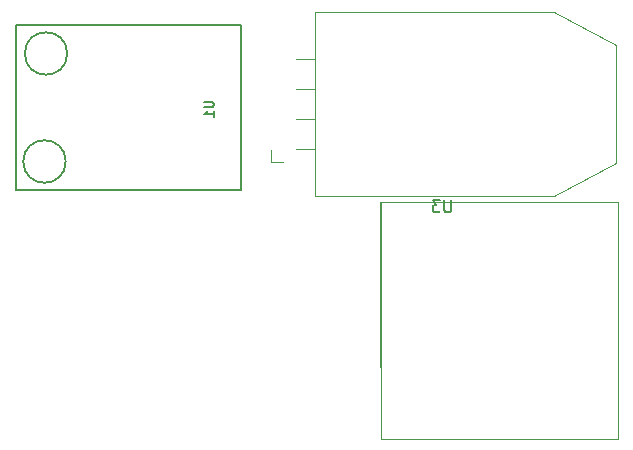
<source format=gbr>
%TF.GenerationSoftware,KiCad,Pcbnew,9.0.4*%
%TF.CreationDate,2025-08-19T16:45:46+02:00*%
%TF.ProjectId,XIAOC6_Occupancy_Battery,5849414f-4336-45f4-9f63-637570616e63,rev?*%
%TF.SameCoordinates,Original*%
%TF.FileFunction,Legend,Bot*%
%TF.FilePolarity,Positive*%
%FSLAX46Y46*%
G04 Gerber Fmt 4.6, Leading zero omitted, Abs format (unit mm)*
G04 Created by KiCad (PCBNEW 9.0.4) date 2025-08-19 16:45:46*
%MOMM*%
%LPD*%
G01*
G04 APERTURE LIST*
%ADD10C,0.150000*%
%ADD11C,0.120000*%
%ADD12C,0.152400*%
%ADD13C,0.100000*%
G04 APERTURE END LIST*
D10*
X128454404Y-41854819D02*
X128454404Y-42664342D01*
X128454404Y-42664342D02*
X128406785Y-42759580D01*
X128406785Y-42759580D02*
X128359166Y-42807200D01*
X128359166Y-42807200D02*
X128263928Y-42854819D01*
X128263928Y-42854819D02*
X128073452Y-42854819D01*
X128073452Y-42854819D02*
X127978214Y-42807200D01*
X127978214Y-42807200D02*
X127930595Y-42759580D01*
X127930595Y-42759580D02*
X127882976Y-42664342D01*
X127882976Y-42664342D02*
X127882976Y-41854819D01*
X127502023Y-41854819D02*
X126882976Y-41854819D01*
X126882976Y-41854819D02*
X127216309Y-42235771D01*
X127216309Y-42235771D02*
X127073452Y-42235771D01*
X127073452Y-42235771D02*
X126978214Y-42283390D01*
X126978214Y-42283390D02*
X126930595Y-42331009D01*
X126930595Y-42331009D02*
X126882976Y-42426247D01*
X126882976Y-42426247D02*
X126882976Y-42664342D01*
X126882976Y-42664342D02*
X126930595Y-42759580D01*
X126930595Y-42759580D02*
X126978214Y-42807200D01*
X126978214Y-42807200D02*
X127073452Y-42854819D01*
X127073452Y-42854819D02*
X127359166Y-42854819D01*
X127359166Y-42854819D02*
X127454404Y-42807200D01*
X127454404Y-42807200D02*
X127502023Y-42759580D01*
X107569065Y-33527074D02*
X108206486Y-33527074D01*
X108206486Y-33527074D02*
X108281476Y-33564570D01*
X108281476Y-33564570D02*
X108318972Y-33602065D01*
X108318972Y-33602065D02*
X108356467Y-33677056D01*
X108356467Y-33677056D02*
X108356467Y-33827037D01*
X108356467Y-33827037D02*
X108318972Y-33902028D01*
X108318972Y-33902028D02*
X108281476Y-33939523D01*
X108281476Y-33939523D02*
X108206486Y-33977018D01*
X108206486Y-33977018D02*
X107569065Y-33977018D01*
X108356467Y-34764420D02*
X108356467Y-34314476D01*
X108356467Y-34539448D02*
X107569065Y-34539448D01*
X107569065Y-34539448D02*
X107681551Y-34464457D01*
X107681551Y-34464457D02*
X107756542Y-34389467D01*
X107756542Y-34389467D02*
X107794037Y-34314476D01*
D11*
%TO.C,U3*%
X113192500Y-38600000D02*
X114192500Y-38600000D01*
X113192500Y-37600000D02*
X113192500Y-38600000D01*
X115302500Y-37500000D02*
X116942500Y-37500000D01*
X115302500Y-34960000D02*
X116942500Y-34960000D01*
X115302500Y-32420000D02*
X116942500Y-32420000D01*
X115302500Y-29880000D02*
X116942500Y-29880000D01*
X116942500Y-41490000D02*
X137142500Y-41490000D01*
X116942500Y-25890000D02*
X116942500Y-41490000D01*
X137142500Y-41490000D02*
X142442500Y-38690000D01*
X137142500Y-25890000D02*
X116942500Y-25890000D01*
X142442500Y-38690000D02*
X142442500Y-28690000D01*
X142442500Y-28690000D02*
X137142500Y-25890000D01*
D12*
%TO.C,U4*%
X122479600Y-41984100D02*
X122479600Y-55954100D01*
D13*
X122479600Y-41984100D02*
X142546600Y-41984100D01*
X142546600Y-62042100D01*
X122479600Y-62042100D01*
X122479600Y-41984100D01*
D12*
%TO.C,U1*%
X91617000Y-40985000D02*
X110667000Y-40985000D01*
X110667000Y-40985000D02*
X110667000Y-27015000D01*
X91617000Y-27015000D02*
X91617000Y-40985000D01*
X110667000Y-27015000D02*
X91617000Y-27015000D01*
X95826050Y-38572000D02*
G75*
G02*
X92233950Y-38572000I-1796050J0D01*
G01*
X92233950Y-38572000D02*
G75*
G02*
X95826050Y-38572000I1796050J0D01*
G01*
X95953050Y-29428000D02*
G75*
G02*
X92360950Y-29428000I-1796050J0D01*
G01*
X92360950Y-29428000D02*
G75*
G02*
X95953050Y-29428000I1796050J0D01*
G01*
%TD*%
M02*

</source>
